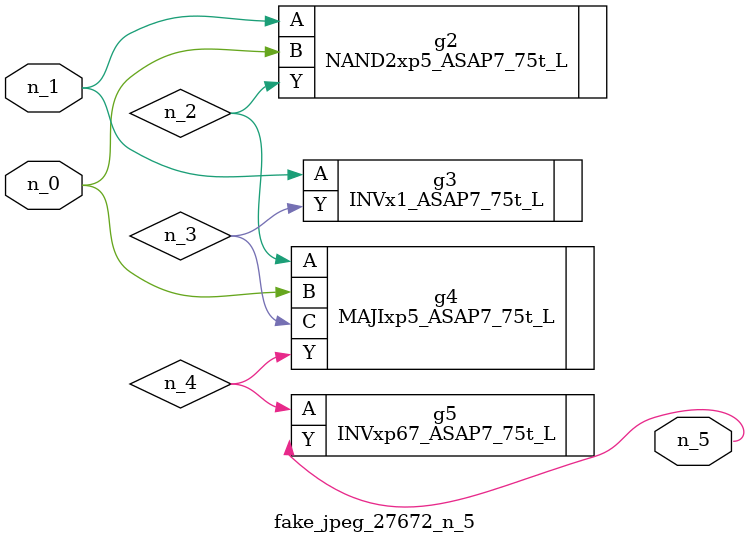
<source format=v>
module fake_jpeg_27672_n_5 (n_0, n_1, n_5);

input n_0;
input n_1;

output n_5;

wire n_3;
wire n_2;
wire n_4;

NAND2xp5_ASAP7_75t_L g2 ( 
.A(n_1),
.B(n_0),
.Y(n_2)
);

INVx1_ASAP7_75t_L g3 ( 
.A(n_1),
.Y(n_3)
);

MAJIxp5_ASAP7_75t_L g4 ( 
.A(n_2),
.B(n_0),
.C(n_3),
.Y(n_4)
);

INVxp67_ASAP7_75t_L g5 ( 
.A(n_4),
.Y(n_5)
);


endmodule
</source>
